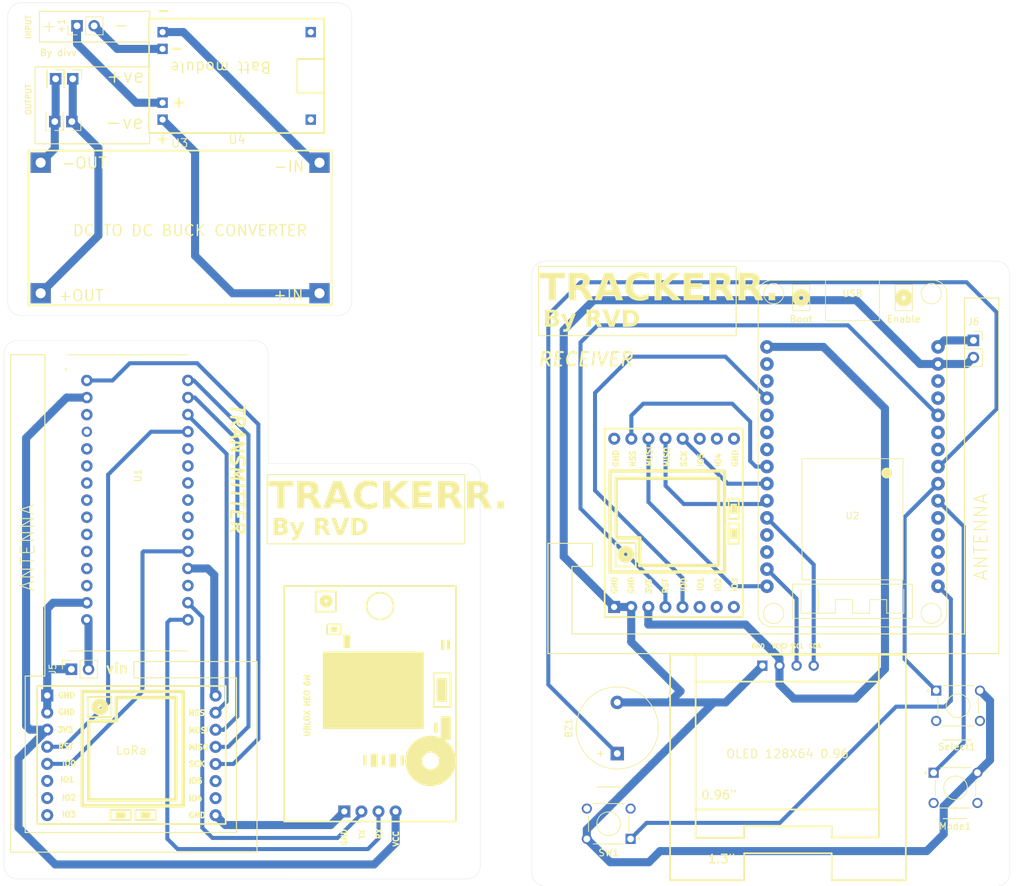
<source format=kicad_pcb>
(kicad_pcb (version 20240108) (generator "pcbnew") (generator_version "8.0")
  (layers (0 "F.Cu" signal "Front") (31 "B.Cu" signal "Back") (34 "B.Paste" user) (35 "F.Paste" user) (36 "B.SilkS" user "B.Silkscreen") (37 "F.SilkS" user "F.Silkscreen") (38 "B.Mask" user) (39 "F.Mask" user) (44 "Edge.Cuts" user))
  (net 0 "")
  (net 1 "Net-(+1-Pin_2)")
  (net 2 "Net-(+1-Pin_1)")
  (net 3 "Net-(BZ1-+)")
  (net 4 "Net-(U2-IO32)")
  (net 5 "Net-(MODULE1-MOSI)")
  (net 8 "Net-(MODULE1-MISO)")
  (net 9 "Net-(MODULE1-DIO0)")
  (net 10 "Net-(J5-Pin_1)")
  (net 11 "Net-(MODULE1-NSS)")
  (net 12 "Net-(MODULE1-SCK)")
  (net 14 "Net-(MODULE1-RESET)")
  (net 16 "Net-(MODULE1-3V3)")
  (net 18 "Net-(J5-Pin_2)")
  (net 19 "Net-(MODULE2-TX)")
  (net 20 "Net-(MODULE2-RX)")
  (net 22 "Net-(MODULE3-MISO)")
  (net 23 "Net-(MODULE3-SCK)")
  (net 24 "Net-(MODULE3-RESET)")
  (net 25 "Net-(MODULE3-MOSI)")
  (net 26 "Net-(MODULE3-NSS)")
  (net 30 "Net-(MODULE3-DIO0)")
  (net 31 "Net-(MODULE3-3V3)")
  (net 33 "Net-(U2-IO33)")
  (net 34 "Net-(U2-EN)")
  (net 37 "Net-(J1-Pin_1)")
  (net 39 "Net-(U1-~{RESET}-Pad13)")
  (net 59 "Net-(P1-SCK)")
  (net 61 "Net-(J6-Pin_1)")
  (net 64 "Net-(P1-SDA)")
  (net 67 "Net-(U3-in-)")
  (net 69 "Net-(U3-in+)")
  (net 71 "Net-(BZ1--)")
  (net 72 "Net-(J2-Pin_1)")
  (footprint "PCBLIB_LORA-SX1278-RA-02-WIRELESS-MODULE_2025-02-08:LORA SX1278 RA-02 WIRELESS MODULE" (layer "F.Cu") (at 145.65795 112.11905 90)
    (property "Reference" "MODULE3" (hide yes))
    (property "Value" "LORA SX1278 RA-02 WIRELESS MODULE" (hide yes))
  )
  (footprint "Connector_PinSocket_2.54mm:PinSocket_1x01_P2.54mm_Vertical" (layer "F.Cu") (at 65.151 40.005 -90)
    (property "Reference" "J3" (hide yes))
    (property "Value" "Conn_01x01_Socket")
  )
  (footprint "esp32_devkit_v1_doit:esp32_devkit_v1_doit" (layer "F.Cu") (at 181.051 109.042 180)
    (property "Reference" "U2")
    (property "Value" "ESP32_DevKit_V1_DOIT")
  )
  (footprint "Buzzer_Beeper:Buzzer_12x9.5RM7.6" (layer "F.Cu") (at 146.126 133.899 90)
    (property "Reference" "BZ1")
    (property "Value" "Buzzer")
  )
  (footprint "Connector_PinHeader_2.54mm:PinHeader_1x01_P2.54mm_Vertical" (layer "F.Cu") (at 62.738 33.655 -90)
    (property "Reference" "J2" (hide yes))
    (property "Value" "Conn_01x01_Pin")
  )
  (footprint "PCBLIB_UBLOX-NEO-6M-GPS-MODULE_2025-02-08:UBLOX NEO 6M GPS MODULE" (layer "F.Cu") (at 105.599266 142.496468 90)
    (property "Reference" "MODULE2" (hide yes))
    (property "Value" "UBLOX NEO 6M GPS MODULE")
  )
  (footprint "Connector_PinHeader_2.54mm:PinHeader_1x01_P2.54mm_Vertical" (layer "F.Cu") (at 65.278 33.655 -90)
    (property "Reference" "J1" (hide yes))
    (property "Value" "Conn_01x01_Pin")
  )
  (footprint "Connector_PinSocket_2.54mm:PinSocket_1x01_P2.54mm_Vertical" (layer "F.Cu") (at 62.611 40.005 -90)
    (property "Reference" "J4" (hide yes))
    (property "Value" "Conn_01x01_Socket")
  )
  (footprint "Connector_PinSocket_2.54mm:PinSocket_1x02_P2.54mm_Vertical" (layer "F.Cu") (at 199.009 72.517)
    (property "Reference" "J6")
    (property "Value" "Conn_01x02_Socket")
  )
  (footprint "CUstom:SW_1825910-6-4" (layer "F.Cu") (at 144.856 144.323 180)
    (property "Reference" "SW1")
    (property "Value" "RST")
  )
  (footprint "PCBLIB_0.96-AND-1.3-I2C-OLED-SSD1306_2025-02-08:0.96 AND 1.3 I2C OLED SSD1306" (layer "F.Cu") (at 171.4688 120.7089)
    (property "Reference" "P1")
    (property "Value" "OLED 128X64 0.96")
  )
  (footprint "Connector_PinSocket_2.54mm:PinSocket_1x02_P2.54mm_Vertical" (layer "F.Cu") (at 65.078783 121.370802 90)
    (property "Reference" "J5")
    (property "Value" "Conn_01x02_Socket")
  )
  (footprint "PCBLIB_BATTMODULE_2025-02-08:BATTMODULE" (layer "F.Cu") (at 102.615 24.7117 180)
    (property "Reference" "U4")
    (property "Value" "TP4056 Lithium Battery Charger Module")
  )
  (footprint "PCBLIB_LM2596-DC-TO-DC-BUCK-CONVERTER-FOOTPRINT_2025-02-08:LM2596 DC TO DC BUCK CONVERTER FOOTPRINT" (layer "F.Cu") (at 58.71455 44.3145)
    (property "Reference" "U3")
    (property "Value" "~")
  )
  (footprint "CUstom:SW_1825910-6-4" (layer "F.Cu") (at 196.73 126.797)
    (property "Reference" "Select1")
    (property "Value" "SW_Push")
  )
  (footprint "CUstom:MODULE_ABX00027" (layer "F.Cu") (at 73.478216 96.650618 -90)
    (property "Reference" "U1")
    (property "Value" "ABX00027")
  )
  (footprint "CUstom:SW_1825910-6-4" (layer "F.Cu") (at 196.349 138.989)
    (property "Reference" "Mode1")
    (property "Value" "SW_Push")
  )
  (footprint "Connector_PinHeader_2.54mm:PinHeader_1x02_P2.54mm_Vertical" (layer "F.Cu") (at 65.913 25.781 90)
    (property "Reference" "+1")
    (property "Value" "-")
  )
  (footprint "PCBLIB_LORA-SX1278-RA-02-WIRELESS-MODULE_2025-02-08:LORA SX1278 RA-02 WIRELESS MODULE" (layer "F.Cu") (at 61.486166 125.265568)
    (property "Reference" "LoRa")
    (property "Value" "LORA SX1278 RA-02 WIRELESS MODULE")
  )
  (gr_line (start 139.395 106.096) (end 142.443 106.096) (stroke (width 0.1524)) (layer "F.SilkS"))
  (gr_line (start 89.589783 145.627802) (end 58.220783 145.627802) (stroke (width 0.1524)) (layer "F.SilkS"))
  (gr_line (start 74.349783 122.640802) (end 89.589783 122.640802) (stroke (width 0.1524)) (layer "F.SilkS"))
  (gr_line (start 56.061783 148.548802) (end 92.637783 148.548802) (stroke (width 0.1524)) (layer "F.SilkS"))
  (gr_line (start 135.839 119.05) (end 198.577 119.05) (stroke (width 0.1524)) (layer "F.SilkS"))
  (gr_line (start 198.577 119.05) (end 202.768 119.05) (stroke (width 0.1524)) (layer "F.SilkS"))
  (gr_line (start 58.220783 74.634802) (end 56.061783 74.634802) (stroke (width 0.1524)) (layer "F.SilkS"))
  (gr_line (start 89.589783 122.640802) (end 89.589783 145.627802) (stroke (width 0.1524)) (layer "F.SilkS"))
  (gr_line (start 202.768 119.05) (end 202.768 66.218) (stroke (width 0.1524)) (layer "F.SilkS"))
  (gr_rect (start 134.442 61.519) (end 163.779 71.806) (stroke (width 0.1524)) (fill none) (layer "F.SilkS"))
  (gr_rect (start 60.325 23.622) (end 76.708 28.194) (stroke (width 0.1524)) (fill none) (layer "F.SilkS"))
  (gr_line (start 61.141783 122.386802) (end 61.141783 74.634802) (stroke (width 0.1524)) (layer "F.SilkS"))
  (gr_line (start 194.513 143.561) (end 197.942 143.561) (stroke (width 0.1524)) (layer "F.SilkS"))
  (gr_line (start 197.688 66.218) (end 197.688 116.129) (stroke (width 0.1524)) (layer "F.SilkS"))
  (gr_line (start 194.513 131.877) (end 198.704 131.877) (stroke (width 0.1524)) (layer "F.SilkS"))
  (gr_line (start 142.443 102.667) (end 135.839 102.667) (stroke (width 0.1524)) (layer "F.SilkS"))
  (gr_line (start 202.768 66.218) (end 197.688 66.218) (stroke (width 0.1524)) (layer "F.SilkS"))
  (gr_line (start 61.141783 74.634802) (end 58.220783 74.634802) (stroke (width 0.1524)) (layer "F.SilkS"))
  (gr_line (start 74.345815 120.227802) (end 74.349783 122.640802) (stroke (width 0.1524)) (layer "F.SilkS"))
  (gr_line (start 58.220783 122.386802) (end 61.141783 122.386802) (stroke (width 0.1524)) (layer "F.SilkS"))
  (gr_line (start 58.220783 145.627802) (end 58.220783 122.386802) (stroke (width 0.1524)) (layer "F.SilkS"))
  (gr_line (start 142.443 106.096) (end 142.443 102.667) (stroke (width 0.1524)) (layer "F.SilkS"))
  (gr_line (start 143.1415 138.862) (end 146.5705 138.862) (stroke (width 0.1524)) (layer "F.SilkS"))
  (gr_rect (start 59.69 31.877) (end 76.708 43.307) (stroke (width 0.1524)) (fill none) (layer "F.SilkS"))
  (gr_line (start 197.688 116.129) (end 139.395 116.129) (stroke (width 0.1524)) (layer "F.SilkS"))
  (gr_line (start 135.839 102.667) (end 135.839 119.05) (stroke (width 0.1524)) (layer "F.SilkS"))
  (gr_line (start 92.637783 148.548802) (end 92.637783 120.227802) (stroke (width 0.1524)) (layer "F.SilkS"))
  (gr_rect (start 94.147466 92.459618) (end 123.484466 102.746618) (stroke (width 0.1524)) (fill none) (layer "F.SilkS"))
  (gr_line (start 139.395 116.129) (end 139.395 106.096) (stroke (width 0.1524)) (layer "F.SilkS"))
  (gr_line (start 56.061783 74.634802) (end 56.061783 148.548802) (stroke (width 0.1524)) (layer "F.SilkS"))
  (gr_line (start 92.637783 120.227802) (end 74.345815 120.227802) (stroke (width 0.1524)) (layer "F.SilkS"))
  (gr_line (start 94.288783 90.808618) (end 94.288783 74.517) (stroke (width 0.0381)) (layer "Edge.Cuts"))
  (gr_arc (start 133.426 62.757) (mid 134.011786 61.342786) (end 135.426 60.757) (stroke (width 0.0381)) (layer "Edge.Cuts"))
  (gr_line (start 55.626 66.834) (end 55.626 24.352) (stroke (width 0.0381)) (layer "Edge.Cuts"))
  (gr_arc (start 57.063127 152.530808) (mid 55.648948 151.945002) (end 55.063216 150.530808) (stroke (width 0.0381)) (layer "Edge.Cuts"))
  (gr_line (start 204.419 62.757) (end 204.419 151.594) (stroke (width 0.0381)) (layer "Edge.Cuts"))
  (gr_line (start 57.626 22.352) (end 104.68 22.352) (stroke (width 0.0381)) (layer "Edge.Cuts"))
  (gr_line (start 106.68 24.352) (end 106.68 66.834) (stroke (width 0.0381)) (layer "Edge.Cuts"))
  (gr_line (start 104.68 68.834) (end 57.626 68.834) (stroke (width 0.0381)) (layer "Edge.Cuts"))
  (gr_arc (start 202.419 60.757) (mid 203.833214 61.342786) (end 204.419 62.757) (stroke (width 0.0381)) (layer "Edge.Cuts"))
  (gr_line (start 57.063127 152.530808) (end 123.802127 152.533795) (stroke (width 0.0381)) (layer "Edge.Cuts"))
  (gr_arc (start 135.426 153.594) (mid 134.011786 153.008214) (end 133.426 151.594) (stroke (width 0.0381)) (layer "Edge.Cuts"))
  (gr_arc (start 55.063216 74.517) (mid 55.648999 73.102764) (end 57.063216 72.517) (stroke (width 0.0381)) (layer "Edge.Cuts"))
  (gr_arc (start 57.626 68.834) (mid 56.211786 68.248214) (end 55.626 66.834) (stroke (width 0.0381)) (layer "Edge.Cuts"))
  (gr_arc (start 125.802216 150.533795) (mid 125.216397 151.948021) (end 123.802127 152.533795) (stroke (width 0.0381)) (layer "Edge.Cuts"))
  (gr_arc (start 123.802216 90.808618) (mid 125.216438 91.394411) (end 125.802216 92.808618) (stroke (width 0.0381)) (layer "Edge.Cuts"))
  (gr_arc (start 92.288783 72.517) (mid 93.702997 73.102786) (end 94.288783 74.517) (stroke (width 0.0381)) (layer "Edge.Cuts"))
  (gr_line (start 92.288783 72.517) (end 57.063216 72.517) (stroke (width 0.0381)) (layer "Edge.Cuts"))
  (gr_line (start 125.802216 92.808618) (end 125.802216 150.533795) (stroke (width 0.0381)) (layer "Edge.Cuts"))
  (gr_line (start 133.426 151.594) (end 133.426 62.757) (stroke (width 0.0381)) (layer "Edge.Cuts"))
  (gr_arc (start 55.626 24.352) (mid 56.211786 22.937786) (end 57.626 22.352) (stroke (width 0.0381)) (layer "Edge.Cuts"))
  (gr_line (start 55.063216 74.517) (end 55.063216 150.530808) (stroke (width 0.0381)) (layer "Edge.Cuts"))
  (gr_arc (start 104.68 22.352) (mid 106.094214 22.937786) (end 106.68 24.352) (stroke (width 0.0381)) (layer "Edge.Cuts"))
  (gr_arc (start 106.68 66.834) (mid 106.094214 68.248214) (end 104.68 68.834) (stroke (width 0.0381)) (layer "Edge.Cuts"))
  (gr_line (start 135.426 60.757) (end 202.419 60.757) (stroke (width 0.0381)) (layer "Edge.Cuts"))
  (gr_line (start 123.802216 90.808618) (end 94.288751 90.808618) (stroke (width 0.0381)) (layer "Edge.Cuts"))
  (gr_arc (start 204.419 151.594) (mid 203.833214 153.008214) (end 202.419 153.594) (stroke (width 0.0381)) (layer "Edge.Cuts"))
  (gr_line (start 202.419 153.594) (end 135.426 153.594) (stroke (width 0.0381)) (layer "Edge.Cuts"))
  (gr_text "+" (at 79.756 43.434 0) (layer "F.SilkS") (effects (font (size 1.524 1.524) (thickness 0.3048) (bold yes)) (justify left bottom mirror)))
  (gr_text "-\n" (at 81.788 29.972 0) (layer "F.SilkS") (effects (font (size 1.524 1.524) (thickness 0.3048) (bold yes)) (justify left bottom mirror)))
  (gr_text "OUTPUT" (at 59.182 39.116 90) (layer "F.SilkS") (effects (font (size 0.8128 0.8128) (thickness 0.1524) (bold yes)) (justify left bottom)))
  (gr_text "+" (at 82.169 37.973 0) (layer "F.SilkS") (effects (font (size 1.524 1.524) (thickness 0.3048) (bold yes)) (justify left bottom mirror)))
  (gr_text "By RVD" (at 94.782466 101.857618 0) (layer "F.SilkS") (effects (font (size 2.5 2.5) (thickness 0.1524) (bold yes) (italic yes)) (justify left bottom)))
  (gr_text "-ve\n" (at 69.977 41.275 0) (layer "F.SilkS") (effects (font (size 2 2) (thickness 0.2)) (justify left bottom)))
  (gr_text "-" (at 71.12 26.797 0) (layer "F.SilkS") (effects (font (size 2 2) (thickness 0.1524) (bold yes)) (justify left bottom)))
  (gr_text "ANTENNA\n" (at 59.744783 109.940802 90) (layer "F.SilkS") (effects (font (size 2 2) (thickness 0.1524) (bold yes)) (justify left bottom)))
  (gr_text "-\n" (at 79.883 24.384 0) (layer "F.SilkS") (effects (font (size 1.524 1.524) (thickness 0.3048) (bold yes)) (justify left bottom mirror)))
  (gr_text "TRACKERR." (at 94.274466 98.174618 0) (layer "F.SilkS") (effects (font (size 4 4) (thickness 0.1524) (bold yes) (italic yes)) (justify left bottom)))
  (gr_text "TRANSMITTER" (at 88.519 81.661 270) (layer "F.SilkS") (effects (font (size 2 2) (thickness 0.375) (bold yes) (italic yes)) (justify left bottom)))
  (gr_text "By RVD" (at 135.077 70.917 0) (layer "F.SilkS") (effects (font (size 2.5 2.5) (thickness 0.1524) (bold yes) (italic yes)) (justify left bottom)))
  (gr_text "ANTENNA\n" (at 201.295 108.331 90) (layer "F.SilkS") (effects (font (size 2 2) (thickness 0.1524) (bold yes)) (justify left bottom)))
  (gr_text "TRACKERR." (at 134.569 67.234 0) (layer "F.SilkS") (effects (font (size 4 4) (thickness 0.1524) (bold yes) (italic yes)) (justify left bottom)))
  (gr_text "+ve\n" (at 70.104 34.417 0) (layer "F.SilkS") (effects (font (size 2 2) (thickness 0.2)) (justify left bottom)))
  (gr_text "vin" (at 70.031783 122.132802 0) (layer "F.SilkS") (effects (font (size 1.524 1.524) (thickness 0.3048) (bold yes)) (justify left bottom)))
  (gr_text "By divv" (at 60.325 30.353 0) (layer "F.SilkS") (effects (font (size 1 1) (thickness 0.1524) (bold yes)) (justify left bottom)))
  (gr_text "+" (at 60.452 26.924 0) (layer "F.SilkS") (effects (font (size 2 2) (thickness 0.1524) (bold yes)) (justify left bottom)))
  (gr_text "INPUT" (at 59.182 27.813 90) (layer "F.SilkS") (effects (font (size 0.8128 0.8128) (thickness 0.1524) (bold yes)) (justify left bottom)))
  (gr_text "RECEIVER" (at 134.188 76.505 0) (layer "F.SilkS") (effects (font (size 2 2) (thickness 0.3) (italic yes)) (justify left bottom)))
  (segment (start 78.6098 29.2132) (end 78.613 29.21) (width 1.2) (layer "B.Cu") (net 1))
  (segment (start 71.882 29.21) (end 78.613 29.21) (width 1.2) (layer "B.Cu") (net 1))
  (segment (start 68.453 25.781) (end 71.882 29.21) (width 1.2) (layer "B.Cu") (net 1))
  (segment (start 65.913 25.781) (end 65.913 28.448) (width 1.2) (layer "B.Cu") (net 2))
  (segment (start 65.913 28.448) (end 74.6765 37.2115) (width 1.2) (layer "B.Cu") (net 2))
  (segment (start 74.6765 37.2115) (end 78.615 37.2115) (width 1.2) (layer "B.Cu") (net 2))
  (segment (start 140.716 63.881) (end 197.993 63.881) (width 0.6) (layer "B.Cu") (net 3))
  (segment (start 146.126 133.899) (end 135.89 123.663) (width 0.6) (layer "B.Cu") (net 3))
  (segment (start 202.438 68.326) (end 202.438 82.722006) (width 0.6) (layer "B.Cu") (net 3))
  (segment (start 197.993 63.881) (end 202.438 68.326) (width 0.6) (layer "B.Cu") (net 3))
  (segment (start 135.89 123.663) (end 135.89 68.707) (width 0.6) (layer "B.Cu") (net 3))
  (segment (start 135.89 68.707) (end 140.716 63.881) (width 0.6) (layer "B.Cu") (net 3))
  (segment (start 202.438 82.722006) (end 193.898006 91.262) (width 0.6) (layer "B.Cu") (net 3))
  (segment (start 193.898006 91.262) (end 193.751 91.262) (width 0.6) (layer "B.Cu") (net 3))
  (segment (start 193.099 136.739) (end 197.561 132.277) (width 0.6) (layer "B.Cu") (net 4))
  (segment (start 197.561 100.152) (end 193.751 96.342) (width 0.6) (layer "B.Cu") (net 4))
  (segment (start 197.561 132.277) (end 197.561 100.152) (width 0.6) (layer "B.Cu") (net 4))
  (segment (start 83.400618 81.000618) (end 89.716783 87.316783) (width 0.6) (layer "B.Cu") (net 5))
  (segment (start 89.716783 128.355802) (end 87.706917 130.365668) (width 0.6) (layer "B.Cu") (net 5))
  (segment (start 87.706917 130.365668) (end 86.486166 130.365668) (width 0.6) (layer "B.Cu") (net 5))
  (segment (start 89.716783 87.316783) (end 89.716783 128.355802) (width 0.6) (layer "B.Cu") (net 5))
  (segment (start 82.378216 81.000618) (end 83.400618 81.000618) (width 0.6) (layer "B.Cu") (net 5))
  (segment (start 83.255599 78.460618) (end 82.578216 78.460618) (width 0.6) (layer "B.Cu") (net 8))
  (segment (start 88.341917 132.905668) (end 91.367783 129.879802) (width 0.6) (layer "B.Cu") (net 8))
  (segment (start 91.367783 86.572802) (end 83.255599 78.460618) (width 0.6) (layer "B.Cu") (net 8))
  (segment (start 91.367783 129.879802) (end 91.367783 86.572802) (width 0.6) (layer "B.Cu") (net 8))
  (segment (start 86.486166 132.905668) (end 88.341917 132.905668) (width 0.6) (layer "B.Cu") (net 8))
  (segment (start 75.793216 103.860618) (end 82.578216 103.860618) (width 0.6) (layer "B.Cu") (net 9))
  (segment (start 61.486166 135.425568) (end 64.897516 135.425568) (width 0.6) (layer "B.Cu") (net 9))
  (segment (start 75.637216 104.016618) (end 75.793216 103.860618) (width 0.6) (layer "B.Cu") (net 9))
  (segment (start 75.605466 124.717618) (end 75.605466 124.082618) (width 0.6) (layer "B.Cu") (net 9))
  (segment (start 75.605466 124.082618) (end 75.637216 124.050868) (width 0.6) (layer "B.Cu") (net 9))
  (segment (start 75.637216 124.050868) (end 75.637216 104.016618) (width 0.6) (layer "B.Cu") (net 9))
  (segment (start 64.897516 135.425568) (end 75.605466 124.717618) (width 0.6) (layer "B.Cu") (net 9))
  (segment (start 61.486166 121.116802) (end 61.486166 125.265568) (width 1.2) (layer "B.Cu") (net 10))
  (segment (start 85.318618 106.400618) (end 86.287783 107.369783) (width 1.2) (layer "B.Cu") (net 10))
  (segment (start 103.574266 144.521468) (end 87.941966 144.521468) (width 1.2) (layer "B.Cu") (net 10))
  (segment (start 86.287783 107.369783) (end 86.287783 125.087285) (width 1.2) (layer "B.Cu") (net 10))
  (segment (start 65.078783 121.370802) (end 61.740166 121.370802) (width 1.2) (layer "B.Cu") (net 10))
  (segment (start 105.599266 142.496468) (end 103.574266 144.521468) (width 1.2) (layer "B.Cu") (net 10))
  (segment (start 61.740166 121.370802) (end 61.486166 121.116802) (width 0.6) (layer "B.Cu") (net 10))
  (segment (start 82.378216 106.400618) (end 85.318618 106.400618) (width 1.2) (layer "B.Cu") (net 10))
  (segment (start 62.372382 111.490618) (end 61.486166 112.376834) (width 1.2) (layer "B.Cu") (net 10))
  (segment (start 67.368216 111.490618) (end 62.372382 111.490618) (width 1.2) (layer "B.Cu") (net 10))
  (segment (start 86.287783 125.087285) (end 86.486166 125.285668) (width 1.2) (layer "B.Cu") (net 10))
  (segment (start 61.486166 112.376834) (end 61.486166 121.116802) (width 1.2) (layer "B.Cu") (net 10))
  (segment (start 61.486166 125.265568) (end 61.486166 127.805568) (width 1.2) (layer "B.Cu") (net 10))
  (segment (start 87.941966 144.521468) (end 86.486166 143.065668) (width 1.2) (layer "B.Cu") (net 10))
  (segment (start 88.125166 89.395166) (end 82.378216 83.648216) (width 0.6) (layer "B.Cu") (net 11))
  (segment (start 82.378216 83.648216) (end 82.378216 83.540618) (width 0.6) (layer "B.Cu") (net 11))
  (segment (start 88.125166 126.186668) (end 88.125166 89.395166) (width 0.6) (layer "B.Cu") (net 11))
  (segment (start 86.486166 127.825668) (end 88.125166 126.186668) (width 0.6) (layer "B.Cu") (net 11))
  (segment (start 67.368216 78.470618) (end 71.179466 78.470618) (width 0.6) (layer "B.Cu") (net 12))
  (segment (start 89.103917 135.445668) (end 86.486166 135.445668) (width 0.6) (layer "B.Cu") (net 12))
  (segment (start 71.179466 78.470618) (end 73.745282 75.904802) (width 0.6) (layer "B.Cu") (net 12))
  (segment (start 73.745282 75.904802) (end 83.747783 75.904802) (width 0.6) (layer "B.Cu") (net 12))
  (segment (start 92.837 84.994019) (end 92.837 131.712585) (width 0.6) (layer "B.Cu") (net 12))
  (segment (start 83.747783 75.904802) (end 92.837 84.994019) (width 0.6) (layer "B.Cu") (net 12))
  (segment (start 92.837 131.712585) (end 89.103917 135.445668) (width 0.6) (layer "B.Cu") (net 12))
  (segment (start 70.525466 92.459618) (end 76.904466 86.080618) (width 0.6) (layer "B.Cu") (net 14))
  (segment (start 63.978017 132.885568) (end 70.525466 126.338119) (width 0.6) (layer "B.Cu") (net 14))
  (segment (start 70.525466 126.338119) (end 70.525466 92.459618) (width 0.6) (layer "B.Cu") (net 14))
  (segment (start 76.904466 86.080618) (end 82.378216 86.080618) (width 0.6) (layer "B.Cu") (net 14))
  (segment (start 61.486166 132.885568) (end 63.978017 132.885568) (width 0.6) (layer "B.Cu") (net 14))
  (segment (start 61.486166 130.345568) (end 58.940549 130.345568) (width 1.2) (layer "B.Cu") (net 16))
  (segment (start 58.940549 130.345568) (end 58.347783 129.752802) (width 1.2) (layer "B.Cu") (net 16))
  (segment (start 58.347783 129.752802) (end 58.347783 87.031051) (width 1.2) (layer "B.Cu") (net 16))
  (segment (start 57.222216 134.609518) (end 58.358166 133.473568) (width 1.2) (layer "B.Cu") (net 16))
  (segment (start 64.368216 81.010618) (end 67.368216 81.010618) (width 1.2) (layer "B.Cu") (net 16))
  (segment (start 57.222216 144.910618) (end 57.222216 134.609518) (width 1.2) (layer "B.Cu") (net 16))
  (segment (start 110.022466 150.371618) (end 62.683216 150.371618) (width 1.2) (layer "B.Cu") (net 16))
  (segment (start 58.347783 87.031051) (end 64.368216 81.010618) (width 1.2) (layer "B.Cu") (net 16))
  (segment (start 62.683216 150.371618) (end 57.222216 144.910618) (width 1.2) (layer "B.Cu") (net 16))
  (segment (start 113.219266 142.496468) (end 113.219266 147.174818) (width 1.2) (layer "B.Cu") (net 16))
  (segment (start 113.219266 147.174818) (end 110.022466 150.371618) (width 1.2) (layer "B.Cu") (net 16))
  (segment (start 58.358166 133.473568) (end 61.486166 130.345568) (width 1.2) (layer "B.Cu") (net 16))
  (segment (start 67.618783 121.370802) (end 67.618783 114.281185) (width 1.2) (layer "B.Cu") (net 18))
  (segment (start 67.618783 114.281185) (end 67.368216 114.030618) (width 1.2) (layer "B.Cu") (net 18))
  (segment (start 84.509783 144.924935) (end 84.509783 113.612185) (width 0.6) (layer "B.Cu") (net 19))
  (segment (start 108.139266 142.888468) (end 104.593116 146.434618) (width 0.6) (layer "B.Cu") (net 19))
  (segment (start 108.139266 142.496468) (end 108.139266 142.888468) (width 0.6) (layer "B.Cu") (net 19))
  (segment (start 84.509783 113.612185) (end 82.378216 111.480618) (width 0.6) (layer "B.Cu") (net 19))
  (segment (start 104.593116 146.434618) (end 86.019466 146.434618) (width 0.6) (layer "B.Cu") (net 19))
  (segment (start 86.019466 146.434618) (end 84.509783 144.924935) (width 0.6) (layer "B.Cu") (net 19))
  (segment (start 109.102967 148.085618) (end 80.844216 148.085618) (width 0.6) (layer "B.Cu") (net 20))
  (segment (start 79.730216 114.020618) (end 82.378216 114.020618) (width 0.6) (layer "B.Cu") (net 20))
  (segment (start 79.320216 146.561618) (end 79.320216 114.430618) (width 0.6) (layer "B.Cu") (net 20))
  (segment (start 110.679266 146.509319) (end 109.102967 148.085618) (width 0.6) (layer "B.Cu") (net 20))
  (segment (start 79.320216 114.430618) (end 79.730216 114.020618) (width 0.6) (layer "B.Cu") (net 20))
  (segment (start 110.679266 142.496468) (end 110.679266 146.509319) (width 0.6) (layer "B.Cu") (net 20))
  (segment (start 80.844216 148.085618) (end 79.320216 146.561618) (width 0.6) (layer "B.Cu") (net 20))
  (segment (start 153.29805 94.11605) (end 156.007 96.825) (width 0.6) (layer "B.Cu") (net 22))
  (segment (start 153.29805 87.11905) (end 153.29805 94.11605) (width 0.6) (layer "B.Cu") (net 22))
  (segment (start 167.868 96.825) (end 168.351 96.342) (width 0.6) (layer "B.Cu") (net 22))
  (segment (start 156.007 96.825) (end 167.868 96.825) (width 0.6) (layer "B.Cu") (net 22))
  (segment (start 168.351 96.318103) (end 168.351 96.342) (width 0.6) (layer "B.Cu") (net 22))
  (segment (start 162.521 93.802) (end 168.351 93.802) (width 0.6) (layer "B.Cu") (net 23))
  (segment (start 155.83805 87.11905) (end 162.521 93.802) (width 0.6) (layer "B.Cu") (net 23))
  (segment (start 153.27795 110.09795) (end 140.665 97.485) (width 0.6) (layer "B.Cu") (net 24))
  (segment (start 153.27795 112.11905) (end 153.27795 110.09795) (width 0.6) (layer "B.Cu") (net 24))
  (segment (start 180.391 70.282) (end 193.751 83.642) (width 0.6) (layer "B.Cu") (net 24))
  (segment (start 193.395 83.642) (end 193.751 83.642) (width 0.6) (layer "B.Cu") (net 24))
  (segment (start 140.665 72.822) (end 143.205 70.282) (width 0.6) (layer "B.Cu") (net 24))
  (segment (start 143.205 70.282) (end 180.391 70.282) (width 0.6) (layer "B.Cu") (net 24))
  (segment (start 140.665 97.485) (end 140.665 72.822) (width 0.6) (layer "B.Cu") (net 24))
  (segment (start 150.75805 87.11905) (end 150.75805 96.52905) (width 0.6) (layer "B.Cu") (net 25))
  (segment (start 150.75805 96.52905) (end 163.271 109.042) (width 0.6) (layer "B.Cu") (net 25))
  (segment (start 163.271 109.042) (end 168.351 109.042) (width 0.6) (layer "B.Cu") (net 25))
  (segment (start 165.862 90.424) (end 166.7 91.262) (width 0.6) (layer "B.Cu") (net 26))
  (segment (start 148.21805 87.11905) (end 148.21805 83.68395) (width 0.6) (layer "B.Cu") (net 26))
  (segment (start 149.987 81.915) (end 163.195 81.915) (width 0.6) (layer "B.Cu") (net 26))
  (segment (start 148.21805 83.68395) (end 149.987 81.915) (width 0.6) (layer "B.Cu") (net 26))
  (segment (start 165.862 84.582) (end 165.862 90.424) (width 0.6) (layer "B.Cu") (net 26))
  (segment (start 166.7 91.262) (end 168.351 91.262) (width 0.6) (layer "B.Cu") (net 26))
  (segment (start 163.195 81.915) (end 165.862 84.582) (width 0.6) (layer "B.Cu") (net 26))
  (segment (start 147.65 75.489) (end 148.209 74.93) (width 0.6) (layer "B.Cu") (net 30))
  (segment (start 142.824 80.315) (end 147.65 75.489) (width 0.6) (layer "B.Cu") (net 30))
  (segment (start 155.81795 112.11905) (end 155.81795 107.81195) (width 0.6) (layer "B.Cu") (net 30))
  (segment (start 148.209 74.93) (end 162.179 74.93) (width 0.6) (layer "B.Cu") (net 30))
  (segment (start 155.81795 107.81195) (end 142.824 94.818) (width 0.6) (layer "B.Cu") (net 30))
  (segment (start 142.824 94.818) (end 142.824 80.315) (width 0.6) (layer "B.Cu") (net 30))
  (segment (start 162.179 74.93) (end 168.351 81.102) (width 0.6) (layer "B.Cu") (net 30))
  (segment (start 165.18263 114.732) (end 150.73795 114.732) (width 1.2) (layer "B.Cu") (net 31))
  (segment (start 170.214 119.76337) (end 165.18263 114.732) (width 1.2) (layer "B.Cu") (net 31))
  (segment (start 185.877 121.336) (end 185.877 82.626) (width 1.2) (layer "B.Cu") (net 31))
  (segment (start 170.214 120.841) (end 170.214 119.76337) (width 1.2) (layer "B.Cu") (net 31))
  (segment (start 172.339 125.73) (end 181.483 125.73) (width 1.2) (layer "B.Cu") (net 31))
  (segment (start 181.483 125.73) (end 185.877 121.336) (width 1.2) (layer "B.Cu") (net 31))
  (segment (start 170.214 120.841) (end 170.214 123.605) (width 1.2) (layer "B.Cu") (net 31))
  (segment (start 170.214 123.605) (end 172.339 125.73) (width 1.2) (layer "B.Cu") (net 31))
  (segment (start 185.877 82.626) (end 176.733 73.482) (width 1.2) (layer "B.Cu") (net 31))
  (segment (start 150.73795 114.732) (end 150.73795 112.11905) (width 1.2) (layer "B.Cu") (net 31))
  (segment (start 176.733 73.482) (end 168.351 73.482) (width 1.2) (layer "B.Cu") (net 31))
  (segment (start 188.798 98.755) (end 193.751 93.802) (width 0.6) (layer "B.Cu") (net 33))
  (segment (start 188.798 119.865) (end 188.798 98.755) (width 0.6) (layer "B.Cu") (net 33))
  (segment (start 193.48 124.547) (end 188.798 119.865) (width 0.6) (layer "B.Cu") (net 33))
  (segment (start 195.656 126.035) (end 195.656 110.947) (width 0.6) (layer "B.Cu") (net 34))
  (segment (start 195.656 110.947) (end 193.751 109.042) (width 0.6) (layer "B.Cu") (net 34))
  (segment (start 150.483 144.196) (end 170.256 144.196) (width 0.6) (layer "B.Cu") (net 34))
  (segment (start 148.106 146.573) (end 150.483 144.196) (width 0.6) (layer "B.Cu") (net 34))
  (segment (start 187.528 126.924) (end 194.767 126.924) (width 0.6) (layer "B.Cu") (net 34))
  (segment (start 170.256 144.196) (end 187.528 126.924) (width 0.6) (layer "B.Cu") (net 34))
  (segment (start 194.767 126.924) (end 195.656 126.035) (width 0.6) (layer "B.Cu") (net 34))
  (segment (start 65.151 40.005) (end 69.088 43.942) (width 1.2) (layer "B.Cu") (net 37))
  (segment (start 65.278 33.655) (end 65.278 39.878) (width 1.2) (layer "B.Cu") (net 37))
  (segment (start 65.278 39.878) (end 65.151 40.005) (width 1.2) (layer "B.Cu") (net 37))
  (segment (start 69.088 43.942) (end 69.088 56.94125) (width 1.2) (layer "B.Cu") (net 37))
  (segment (start 69.088 56.94125) (end 60.51465 65.5146) (width 1.2) (layer "B.Cu") (net 37))
  (segment (start 172.754 110.905) (end 168.351 106.502) (width 0.6) (layer "B.Cu") (net 59))
  (segment (start 172.754 120.841) (end 172.754 110.905) (width 0.6) (layer "B.Cu") (net 59))
  (segment (start 194.716 72.517) (end 193.751 73.482) (width 1.2) (layer "B.Cu") (net 61))
  (segment (start 199.009 72.517) (end 194.716 72.517) (width 1.2) (layer "B.Cu") (net 61))
  (segment (start 175.294 105.825) (end 168.351 98.882) (width 0.6) (layer "B.Cu") (net 64))
  (segment (start 175.294 120.841) (end 175.294 105.825) (width 0.6) (layer "B.Cu") (net 64))
  (segment (start 101.1056 46.1146) (end 101.91465 46.1146) (width 1.2) (layer "B.Cu") (net 67))
  (segment (start 78.6145 26.7107) (end 81.7017 26.7107) (width 1.2) (layer "B.Cu") (net 67))
  (segment (start 81.7017 26.7107) (end 101.1056 46.1146) (width 1.2) (layer "B.Cu") (net 67))
  (segment (start 102.102 45.92725) (end 101.91465 46.1146) (width 1.2) (layer "B.Cu") (net 67))
  (segment (start 78.615 39.7117) (end 83.439 44.5357) (width 1.2) (layer "B.Cu") (net 69))
  (segment (start 89.0096 65.5146) (end 101.91465 65.5146) (width 1.2) (layer "B.Cu") (net 69))
  (segment (start 83.439 44.5357) (end 83.439 59.944) (width 1.2) (layer "B.Cu") (net 69))
  (segment (start 83.439 59.944) (end 89.0096 65.5146) (width 1.2) (layer "B.Cu") (net 69))
  (segment (start 148.19795 116.002) (end 148.19795 112.11905) (width 1.2) (layer "B.Cu") (net 71))
  (segment (start 141.606 145.16) (end 160.467 126.299) (width 1.2) (layer "B.Cu") (net 71))
  (segment (start 142.621 66.548) (end 138.176 70.993) (width 1.2) (layer "B.Cu") (net 71))
  (segment (start 201.479 134.859) (end 199.599 136.739) (width 1.2) (layer "B.Cu") (net 71))
  (segment (start 150.825 150.038) (end 145.071 150.038) (width 1.2) (layer "B.Cu") (net 71))
  (segment (start 199.98 124.547) (end 201.479 126.046) (width 1.2) (layer "B.Cu") (net 71))
  (segment (start 198.044 76.022) (end 193.751 76.022) (width 1.2) (layer "B.Cu") (net 71))
  (segment (start 141.606 146.573) (end 141.606 145.16) (width 1.2) (layer "B.Cu") (net 71))
  (segment (start 138.176 104.6371) (end 145.65795 112.11905) (width 1.2) (layer "B.Cu") (net 71))
  (segment (start 181.61 66.548) (end 142.621 66.548) (width 1.2) (layer "B.Cu") (net 71))
  (segment (start 199.009 75.057) (end 198.044 76.022) (width 1.2) (layer "B.Cu") (net 71))
  (segment (start 148.19795 117.31195) (end 148.19795 116.002) (width 1.2) (layer "B.Cu") (net 71))
  (segment (start 193.751 76.022) (end 191.084 76.022) (width 1.2) (layer "B.Cu") (net 71))
  (segment (start 191.084 76.022) (end 181.61 66.548) (width 1.2) (layer "B.Cu") (net 71))
  (segment (start 145.071 150.038) (end 141.606 146.573) (width 1.2) (layer "B.Cu") (net 71))
  (segment (start 201.479 126.046) (end 201.479 134.859) (width 1.2) (layer "B.Cu") (net 71))
  (segment (start 192.076701 148.387) (end 152.476 148.387) (width 1.2) (layer "B.Cu") (net 71))
  (segment (start 160.467 126.299) (end 162.2145 126.299) (width 0.6) (layer "B.Cu") (net 71))
  (segment (start 153.863 126.299) (end 155.524 124.638) (width 1.2) (layer "B.Cu") (net 71))
  (segment (start 145.65795 112.11905) (end 148.19795 112.11905) (width 1.2) (layer "B.Cu") (net 71))
  (segment (start 152.476 148.387) (end 150.825 150.038) (width 1.2) (layer "B.Cu") (net 71))
  (segment (start 194.598 141.74) (end 194.598 145.865701) (width 1.2) (layer "B.Cu") (net 71))
  (segment (start 199.599 136.739) (end 194.598 141.74) (width 1.2) (layer "B.Cu") (net 71))
  (segment (start 162.2145 126.299) (end 153.863 126.299) (width 1.2) (layer "B.Cu") (net 71))
  (segment (start 146.126 126.299) (end 153.863 126.299) (width 1.2) (layer "B.Cu") (net 71))
  (segment (start 194.598 145.865701) (end 192.076701 148.387) (width 1.2) (layer "B.Cu") (net 71))
  (segment (start 167.673 120.8405) (end 162.2145 126.299) (width 1.2) (layer "B.Cu") (net 71))
  (segment (start 155.524 124.638) (end 148.19795 117.31195) (width 1.2) (layer "B.Cu") (net 71))
  (segment (start 138.176 70.993) (end 138.176 104.6371) (width 1.2) (layer "B.Cu") (net 71))
  (segment (start 62.738 33.655) (end 62.738 39.878) (width 1.2) (layer "B.Cu") (net 72))
  (segment (start 62.611 44.01825) (end 60.51465 46.1146) (width 1.2) (layer "B.Cu") (net 72))
  (segment (start 62.738 39.878) (end 62.611 40.005) (width 1.2) (layer "B.Cu") (net 72))
  (segment (start 62.611 40.005) (end 62.611 44.01825) (width 1.2) (layer "B.Cu") (net 72))
)
</source>
